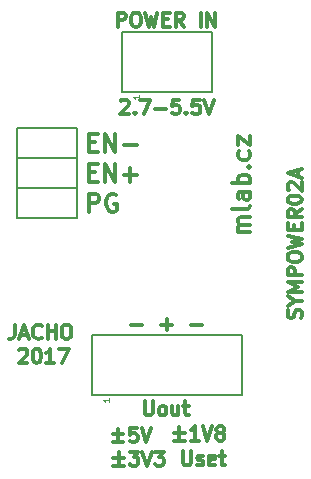
<source format=gbr>
G04 #@! TF.GenerationSoftware,KiCad,Pcbnew,(2017-02-05 revision 431abcf)-makepkg*
G04 #@! TF.CreationDate,2017-03-01T08:27:15+01:00*
G04 #@! TF.ProjectId,SYMPOWER02A,53594D504F5745523032412E6B696361,rev?*
G04 #@! TF.FileFunction,Legend,Top*
G04 #@! TF.FilePolarity,Positive*
%FSLAX46Y46*%
G04 Gerber Fmt 4.6, Leading zero omitted, Abs format (unit mm)*
G04 Created by KiCad (PCBNEW (2017-02-05 revision 431abcf)-makepkg) date 03/01/17 08:27:15*
%MOMM*%
%LPD*%
G01*
G04 APERTURE LIST*
%ADD10C,1.300000*%
%ADD11C,0.300000*%
%ADD12C,0.150000*%
%ADD13C,0.050000*%
G04 APERTURE END LIST*
D10*
D11*
X16635114Y2663742D02*
X16635114Y1692314D01*
X16692257Y1578028D01*
X16749400Y1520885D01*
X16863685Y1463742D01*
X17092257Y1463742D01*
X17206542Y1520885D01*
X17263685Y1578028D01*
X17320828Y1692314D01*
X17320828Y2663742D01*
X17835114Y1520885D02*
X17949400Y1463742D01*
X18177971Y1463742D01*
X18292257Y1520885D01*
X18349400Y1635171D01*
X18349400Y1692314D01*
X18292257Y1806600D01*
X18177971Y1863742D01*
X18006542Y1863742D01*
X17892257Y1920885D01*
X17835114Y2035171D01*
X17835114Y2092314D01*
X17892257Y2206600D01*
X18006542Y2263742D01*
X18177971Y2263742D01*
X18292257Y2206600D01*
X19320828Y1520885D02*
X19206542Y1463742D01*
X18977971Y1463742D01*
X18863685Y1520885D01*
X18806542Y1635171D01*
X18806542Y2092314D01*
X18863685Y2206600D01*
X18977971Y2263742D01*
X19206542Y2263742D01*
X19320828Y2206600D01*
X19377971Y2092314D01*
X19377971Y1978028D01*
X18806542Y1863742D01*
X19720828Y2263742D02*
X20177971Y2263742D01*
X19892257Y2663742D02*
X19892257Y1635171D01*
X19949400Y1520885D01*
X20063685Y1463742D01*
X20177971Y1463742D01*
X15847714Y4232257D02*
X16762000Y4232257D01*
X16304857Y3775114D02*
X16304857Y4689400D01*
X16762000Y3546542D02*
X15847714Y3546542D01*
X17962000Y3546542D02*
X17276285Y3546542D01*
X17619142Y3546542D02*
X17619142Y4746542D01*
X17504857Y4575114D01*
X17390571Y4460828D01*
X17276285Y4403685D01*
X18304857Y4746542D02*
X18704857Y3546542D01*
X19104857Y4746542D01*
X19676285Y4232257D02*
X19562000Y4289400D01*
X19504857Y4346542D01*
X19447714Y4460828D01*
X19447714Y4517971D01*
X19504857Y4632257D01*
X19562000Y4689400D01*
X19676285Y4746542D01*
X19904857Y4746542D01*
X20019142Y4689400D01*
X20076285Y4632257D01*
X20133428Y4517971D01*
X20133428Y4460828D01*
X20076285Y4346542D01*
X20019142Y4289400D01*
X19904857Y4232257D01*
X19676285Y4232257D01*
X19562000Y4175114D01*
X19504857Y4117971D01*
X19447714Y4003685D01*
X19447714Y3775114D01*
X19504857Y3660828D01*
X19562000Y3603685D01*
X19676285Y3546542D01*
X19904857Y3546542D01*
X20019142Y3603685D01*
X20076285Y3660828D01*
X20133428Y3775114D01*
X20133428Y4003685D01*
X20076285Y4117971D01*
X20019142Y4175114D01*
X19904857Y4232257D01*
X2372000Y13357142D02*
X2372000Y12500000D01*
X2314857Y12328571D01*
X2200571Y12214285D01*
X2029142Y12157142D01*
X1914857Y12157142D01*
X2886285Y12500000D02*
X3457714Y12500000D01*
X2772000Y12157142D02*
X3172000Y13357142D01*
X3572000Y12157142D01*
X4657714Y12271428D02*
X4600571Y12214285D01*
X4429142Y12157142D01*
X4314857Y12157142D01*
X4143428Y12214285D01*
X4029142Y12328571D01*
X3972000Y12442857D01*
X3914857Y12671428D01*
X3914857Y12842857D01*
X3972000Y13071428D01*
X4029142Y13185714D01*
X4143428Y13300000D01*
X4314857Y13357142D01*
X4429142Y13357142D01*
X4600571Y13300000D01*
X4657714Y13242857D01*
X5172000Y12157142D02*
X5172000Y13357142D01*
X5172000Y12785714D02*
X5857714Y12785714D01*
X5857714Y12157142D02*
X5857714Y13357142D01*
X6657714Y13357142D02*
X6886285Y13357142D01*
X7000571Y13300000D01*
X7114857Y13185714D01*
X7172000Y12957142D01*
X7172000Y12557142D01*
X7114857Y12328571D01*
X7000571Y12214285D01*
X6886285Y12157142D01*
X6657714Y12157142D01*
X6543428Y12214285D01*
X6429142Y12328571D01*
X6372000Y12557142D01*
X6372000Y12957142D01*
X6429142Y13185714D01*
X6543428Y13300000D01*
X6657714Y13357142D01*
X13392371Y6880142D02*
X13392371Y5908714D01*
X13449514Y5794428D01*
X13506657Y5737285D01*
X13620942Y5680142D01*
X13849514Y5680142D01*
X13963800Y5737285D01*
X14020942Y5794428D01*
X14078085Y5908714D01*
X14078085Y6880142D01*
X14820942Y5680142D02*
X14706657Y5737285D01*
X14649514Y5794428D01*
X14592371Y5908714D01*
X14592371Y6251571D01*
X14649514Y6365857D01*
X14706657Y6423000D01*
X14820942Y6480142D01*
X14992371Y6480142D01*
X15106657Y6423000D01*
X15163800Y6365857D01*
X15220942Y6251571D01*
X15220942Y5908714D01*
X15163800Y5794428D01*
X15106657Y5737285D01*
X14992371Y5680142D01*
X14820942Y5680142D01*
X16249514Y6480142D02*
X16249514Y5680142D01*
X15735228Y6480142D02*
X15735228Y5851571D01*
X15792371Y5737285D01*
X15906657Y5680142D01*
X16078085Y5680142D01*
X16192371Y5737285D01*
X16249514Y5794428D01*
X16649514Y6480142D02*
X17106657Y6480142D01*
X16820942Y6880142D02*
X16820942Y5851571D01*
X16878085Y5737285D01*
X16992371Y5680142D01*
X17106657Y5680142D01*
X10742314Y2098657D02*
X11656600Y2098657D01*
X11199457Y1641514D02*
X11199457Y2555800D01*
X11656600Y1412942D02*
X10742314Y1412942D01*
X12113742Y2612942D02*
X12856600Y2612942D01*
X12456600Y2155800D01*
X12628028Y2155800D01*
X12742314Y2098657D01*
X12799457Y2041514D01*
X12856600Y1927228D01*
X12856600Y1641514D01*
X12799457Y1527228D01*
X12742314Y1470085D01*
X12628028Y1412942D01*
X12285171Y1412942D01*
X12170885Y1470085D01*
X12113742Y1527228D01*
X13199457Y2612942D02*
X13599457Y1412942D01*
X13999457Y2612942D01*
X14285171Y2612942D02*
X15028028Y2612942D01*
X14628028Y2155800D01*
X14799457Y2155800D01*
X14913742Y2098657D01*
X14970885Y2041514D01*
X15028028Y1927228D01*
X15028028Y1641514D01*
X14970885Y1527228D01*
X14913742Y1470085D01*
X14799457Y1412942D01*
X14456600Y1412942D01*
X14342314Y1470085D01*
X14285171Y1527228D01*
X10674542Y4105257D02*
X11588828Y4105257D01*
X11131685Y3648114D02*
X11131685Y4562400D01*
X11588828Y3419542D02*
X10674542Y3419542D01*
X12731685Y4619542D02*
X12160257Y4619542D01*
X12103114Y4048114D01*
X12160257Y4105257D01*
X12274542Y4162400D01*
X12560257Y4162400D01*
X12674542Y4105257D01*
X12731685Y4048114D01*
X12788828Y3933828D01*
X12788828Y3648114D01*
X12731685Y3533828D01*
X12674542Y3476685D01*
X12560257Y3419542D01*
X12274542Y3419542D01*
X12160257Y3476685D01*
X12103114Y3533828D01*
X13131685Y4619542D02*
X13531685Y3419542D01*
X13931685Y4619542D01*
X14782857Y13376285D02*
X15697142Y13376285D01*
X15240000Y12919142D02*
X15240000Y13833428D01*
X17322857Y13376285D02*
X18237142Y13376285D01*
X12242857Y13376285D02*
X13157142Y13376285D01*
X11354285Y32292857D02*
X11411428Y32350000D01*
X11525714Y32407142D01*
X11811428Y32407142D01*
X11925714Y32350000D01*
X11982857Y32292857D01*
X12040000Y32178571D01*
X12040000Y32064285D01*
X11982857Y31892857D01*
X11297142Y31207142D01*
X12040000Y31207142D01*
X12554285Y31321428D02*
X12611428Y31264285D01*
X12554285Y31207142D01*
X12497142Y31264285D01*
X12554285Y31321428D01*
X12554285Y31207142D01*
X13011428Y32407142D02*
X13811428Y32407142D01*
X13297142Y31207142D01*
X14268571Y31664285D02*
X15182857Y31664285D01*
X16325714Y32407142D02*
X15754285Y32407142D01*
X15697142Y31835714D01*
X15754285Y31892857D01*
X15868571Y31950000D01*
X16154285Y31950000D01*
X16268571Y31892857D01*
X16325714Y31835714D01*
X16382857Y31721428D01*
X16382857Y31435714D01*
X16325714Y31321428D01*
X16268571Y31264285D01*
X16154285Y31207142D01*
X15868571Y31207142D01*
X15754285Y31264285D01*
X15697142Y31321428D01*
X16897142Y31321428D02*
X16954285Y31264285D01*
X16897142Y31207142D01*
X16840000Y31264285D01*
X16897142Y31321428D01*
X16897142Y31207142D01*
X18040000Y32407142D02*
X17468571Y32407142D01*
X17411428Y31835714D01*
X17468571Y31892857D01*
X17582857Y31950000D01*
X17868571Y31950000D01*
X17982857Y31892857D01*
X18040000Y31835714D01*
X18097142Y31721428D01*
X18097142Y31435714D01*
X18040000Y31321428D01*
X17982857Y31264285D01*
X17868571Y31207142D01*
X17582857Y31207142D01*
X17468571Y31264285D01*
X17411428Y31321428D01*
X18440000Y32407142D02*
X18840000Y31207142D01*
X19240000Y32407142D01*
X11097142Y38573142D02*
X11097142Y39773142D01*
X11554285Y39773142D01*
X11668571Y39716000D01*
X11725714Y39658857D01*
X11782857Y39544571D01*
X11782857Y39373142D01*
X11725714Y39258857D01*
X11668571Y39201714D01*
X11554285Y39144571D01*
X11097142Y39144571D01*
X12525714Y39773142D02*
X12754285Y39773142D01*
X12868571Y39716000D01*
X12982857Y39601714D01*
X13040000Y39373142D01*
X13040000Y38973142D01*
X12982857Y38744571D01*
X12868571Y38630285D01*
X12754285Y38573142D01*
X12525714Y38573142D01*
X12411428Y38630285D01*
X12297142Y38744571D01*
X12240000Y38973142D01*
X12240000Y39373142D01*
X12297142Y39601714D01*
X12411428Y39716000D01*
X12525714Y39773142D01*
X13440000Y39773142D02*
X13725714Y38573142D01*
X13954285Y39430285D01*
X14182857Y38573142D01*
X14468571Y39773142D01*
X14925714Y39201714D02*
X15325714Y39201714D01*
X15497142Y38573142D02*
X14925714Y38573142D01*
X14925714Y39773142D01*
X15497142Y39773142D01*
X16697142Y38573142D02*
X16297142Y39144571D01*
X16011428Y38573142D02*
X16011428Y39773142D01*
X16468571Y39773142D01*
X16582857Y39716000D01*
X16640000Y39658857D01*
X16697142Y39544571D01*
X16697142Y39373142D01*
X16640000Y39258857D01*
X16582857Y39201714D01*
X16468571Y39144571D01*
X16011428Y39144571D01*
X18125714Y38573142D02*
X18125714Y39773142D01*
X18697142Y38573142D02*
X18697142Y39773142D01*
X19382857Y38573142D01*
X19382857Y39773142D01*
X8680142Y22943428D02*
X8680142Y24443428D01*
X9251571Y24443428D01*
X9394428Y24372000D01*
X9465857Y24300571D01*
X9537285Y24157714D01*
X9537285Y23943428D01*
X9465857Y23800571D01*
X9394428Y23729142D01*
X9251571Y23657714D01*
X8680142Y23657714D01*
X10965857Y24372000D02*
X10823000Y24443428D01*
X10608714Y24443428D01*
X10394428Y24372000D01*
X10251571Y24229142D01*
X10180142Y24086285D01*
X10108714Y23800571D01*
X10108714Y23586285D01*
X10180142Y23300571D01*
X10251571Y23157714D01*
X10394428Y23014857D01*
X10608714Y22943428D01*
X10751571Y22943428D01*
X10965857Y23014857D01*
X11037285Y23086285D01*
X11037285Y23586285D01*
X10751571Y23586285D01*
X8680142Y26269142D02*
X9180142Y26269142D01*
X9394428Y25483428D02*
X8680142Y25483428D01*
X8680142Y26983428D01*
X9394428Y26983428D01*
X10037285Y25483428D02*
X10037285Y26983428D01*
X10894428Y25483428D01*
X10894428Y26983428D01*
X11608714Y26054857D02*
X12751571Y26054857D01*
X12180142Y25483428D02*
X12180142Y26626285D01*
X22319371Y21196800D02*
X21319371Y21196800D01*
X21462228Y21196800D02*
X21390800Y21268228D01*
X21319371Y21411085D01*
X21319371Y21625371D01*
X21390800Y21768228D01*
X21533657Y21839657D01*
X22319371Y21839657D01*
X21533657Y21839657D02*
X21390800Y21911085D01*
X21319371Y22053942D01*
X21319371Y22268228D01*
X21390800Y22411085D01*
X21533657Y22482514D01*
X22319371Y22482514D01*
X22319371Y23411085D02*
X22247942Y23268228D01*
X22105085Y23196800D01*
X20819371Y23196800D01*
X22319371Y24625371D02*
X21533657Y24625371D01*
X21390800Y24553942D01*
X21319371Y24411085D01*
X21319371Y24125371D01*
X21390800Y23982514D01*
X22247942Y24625371D02*
X22319371Y24482514D01*
X22319371Y24125371D01*
X22247942Y23982514D01*
X22105085Y23911085D01*
X21962228Y23911085D01*
X21819371Y23982514D01*
X21747942Y24125371D01*
X21747942Y24482514D01*
X21676514Y24625371D01*
X22319371Y25339657D02*
X20819371Y25339657D01*
X21390800Y25339657D02*
X21319371Y25482514D01*
X21319371Y25768228D01*
X21390800Y25911085D01*
X21462228Y25982514D01*
X21605085Y26053942D01*
X22033657Y26053942D01*
X22176514Y25982514D01*
X22247942Y25911085D01*
X22319371Y25768228D01*
X22319371Y25482514D01*
X22247942Y25339657D01*
X22176514Y26696800D02*
X22247942Y26768228D01*
X22319371Y26696800D01*
X22247942Y26625371D01*
X22176514Y26696800D01*
X22319371Y26696800D01*
X22247942Y28053942D02*
X22319371Y27911085D01*
X22319371Y27625371D01*
X22247942Y27482514D01*
X22176514Y27411085D01*
X22033657Y27339657D01*
X21605085Y27339657D01*
X21462228Y27411085D01*
X21390800Y27482514D01*
X21319371Y27625371D01*
X21319371Y27911085D01*
X21390800Y28053942D01*
X21319371Y28553942D02*
X21319371Y29339657D01*
X22319371Y28553942D01*
X22319371Y29339657D01*
X26622314Y13935857D02*
X26679457Y14107285D01*
X26679457Y14393000D01*
X26622314Y14507285D01*
X26565171Y14564428D01*
X26450885Y14621571D01*
X26336600Y14621571D01*
X26222314Y14564428D01*
X26165171Y14507285D01*
X26108028Y14393000D01*
X26050885Y14164428D01*
X25993742Y14050142D01*
X25936600Y13993000D01*
X25822314Y13935857D01*
X25708028Y13935857D01*
X25593742Y13993000D01*
X25536600Y14050142D01*
X25479457Y14164428D01*
X25479457Y14450142D01*
X25536600Y14621571D01*
X26108028Y15364428D02*
X26679457Y15364428D01*
X25479457Y14964428D02*
X26108028Y15364428D01*
X25479457Y15764428D01*
X26679457Y16164428D02*
X25479457Y16164428D01*
X26336600Y16564428D01*
X25479457Y16964428D01*
X26679457Y16964428D01*
X26679457Y17535857D02*
X25479457Y17535857D01*
X25479457Y17993000D01*
X25536600Y18107285D01*
X25593742Y18164428D01*
X25708028Y18221571D01*
X25879457Y18221571D01*
X25993742Y18164428D01*
X26050885Y18107285D01*
X26108028Y17993000D01*
X26108028Y17535857D01*
X25479457Y18964428D02*
X25479457Y19193000D01*
X25536600Y19307285D01*
X25650885Y19421571D01*
X25879457Y19478714D01*
X26279457Y19478714D01*
X26508028Y19421571D01*
X26622314Y19307285D01*
X26679457Y19193000D01*
X26679457Y18964428D01*
X26622314Y18850142D01*
X26508028Y18735857D01*
X26279457Y18678714D01*
X25879457Y18678714D01*
X25650885Y18735857D01*
X25536600Y18850142D01*
X25479457Y18964428D01*
X25479457Y19878714D02*
X26679457Y20164428D01*
X25822314Y20393000D01*
X26679457Y20621571D01*
X25479457Y20907285D01*
X26050885Y21364428D02*
X26050885Y21764428D01*
X26679457Y21935857D02*
X26679457Y21364428D01*
X25479457Y21364428D01*
X25479457Y21935857D01*
X26679457Y23135857D02*
X26108028Y22735857D01*
X26679457Y22450142D02*
X25479457Y22450142D01*
X25479457Y22907285D01*
X25536600Y23021571D01*
X25593742Y23078714D01*
X25708028Y23135857D01*
X25879457Y23135857D01*
X25993742Y23078714D01*
X26050885Y23021571D01*
X26108028Y22907285D01*
X26108028Y22450142D01*
X25479457Y23878714D02*
X25479457Y23993000D01*
X25536600Y24107285D01*
X25593742Y24164428D01*
X25708028Y24221571D01*
X25936600Y24278714D01*
X26222314Y24278714D01*
X26450885Y24221571D01*
X26565171Y24164428D01*
X26622314Y24107285D01*
X26679457Y23993000D01*
X26679457Y23878714D01*
X26622314Y23764428D01*
X26565171Y23707285D01*
X26450885Y23650142D01*
X26222314Y23593000D01*
X25936600Y23593000D01*
X25708028Y23650142D01*
X25593742Y23707285D01*
X25536600Y23764428D01*
X25479457Y23878714D01*
X25593742Y24735857D02*
X25536600Y24793000D01*
X25479457Y24907285D01*
X25479457Y25193000D01*
X25536600Y25307285D01*
X25593742Y25364428D01*
X25708028Y25421571D01*
X25822314Y25421571D01*
X25993742Y25364428D01*
X26679457Y24678714D01*
X26679457Y25421571D01*
X26336600Y25878714D02*
X26336600Y26450142D01*
X26679457Y25764428D02*
X25479457Y26164428D01*
X26679457Y26564428D01*
X2768857Y11210857D02*
X2826000Y11268000D01*
X2940285Y11325142D01*
X3226000Y11325142D01*
X3340285Y11268000D01*
X3397428Y11210857D01*
X3454571Y11096571D01*
X3454571Y10982285D01*
X3397428Y10810857D01*
X2711714Y10125142D01*
X3454571Y10125142D01*
X4197428Y11325142D02*
X4311714Y11325142D01*
X4426000Y11268000D01*
X4483142Y11210857D01*
X4540285Y11096571D01*
X4597428Y10868000D01*
X4597428Y10582285D01*
X4540285Y10353714D01*
X4483142Y10239428D01*
X4426000Y10182285D01*
X4311714Y10125142D01*
X4197428Y10125142D01*
X4083142Y10182285D01*
X4026000Y10239428D01*
X3968857Y10353714D01*
X3911714Y10582285D01*
X3911714Y10868000D01*
X3968857Y11096571D01*
X4026000Y11210857D01*
X4083142Y11268000D01*
X4197428Y11325142D01*
X5740285Y10125142D02*
X5054571Y10125142D01*
X5397428Y10125142D02*
X5397428Y11325142D01*
X5283142Y11153714D01*
X5168857Y11039428D01*
X5054571Y10982285D01*
X6140285Y11325142D02*
X6940285Y11325142D01*
X6426000Y10125142D01*
X8680142Y28809142D02*
X9180142Y28809142D01*
X9394428Y28023428D02*
X8680142Y28023428D01*
X8680142Y29523428D01*
X9394428Y29523428D01*
X10037285Y28023428D02*
X10037285Y29523428D01*
X10894428Y28023428D01*
X10894428Y29523428D01*
X11608714Y28594857D02*
X12751571Y28594857D01*
D12*
X11430000Y33020000D02*
X11430000Y38100000D01*
X11430000Y38100000D02*
X19050000Y38100000D01*
X19050000Y38100000D02*
X19050000Y33020000D01*
X19050000Y33020000D02*
X11430000Y33020000D01*
X2540000Y27432000D02*
X7620000Y27432000D01*
X7620000Y27432000D02*
X7620000Y24892000D01*
X7620000Y24892000D02*
X2540000Y24892000D01*
X2540000Y24892000D02*
X2540000Y27432000D01*
X2540000Y27432000D02*
X2540000Y29972000D01*
X7620000Y27432000D02*
X2540000Y27432000D01*
X7620000Y29972000D02*
X7620000Y27432000D01*
X2540000Y29972000D02*
X7620000Y29972000D01*
X2540000Y24892000D02*
X7620000Y24892000D01*
X7620000Y24892000D02*
X7620000Y22352000D01*
X7620000Y22352000D02*
X2540000Y22352000D01*
X2540000Y22352000D02*
X2540000Y24892000D01*
X8890000Y7366000D02*
X8890000Y12446000D01*
X8890000Y12446000D02*
X21590000Y12446000D01*
X21590000Y12446000D02*
X21590000Y7366000D01*
X21590000Y7366000D02*
X8890000Y7366000D01*
D13*
X12926190Y32781857D02*
X12926190Y32496142D01*
X12926190Y32639000D02*
X12426190Y32639000D01*
X12497619Y32591380D01*
X12545238Y32543761D01*
X12569047Y32496142D01*
X10386190Y7127857D02*
X10386190Y6842142D01*
X10386190Y6985000D02*
X9886190Y6985000D01*
X9957619Y6937380D01*
X10005238Y6889761D01*
X10029047Y6842142D01*
M02*

</source>
